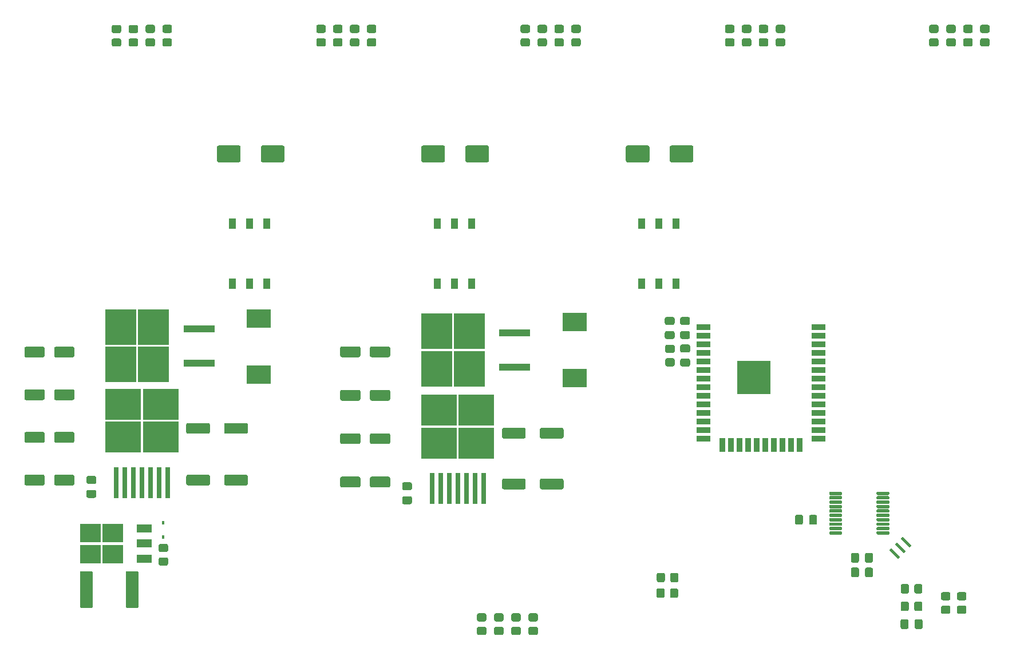
<source format=gbr>
%TF.GenerationSoftware,KiCad,Pcbnew,(5.1.9)-1*%
%TF.CreationDate,2021-09-09T23:56:45+02:00*%
%TF.ProjectId,Arm_Mainboard,41726d5f-4d61-4696-9e62-6f6172642e6b,rev?*%
%TF.SameCoordinates,Original*%
%TF.FileFunction,Paste,Top*%
%TF.FilePolarity,Positive*%
%FSLAX46Y46*%
G04 Gerber Fmt 4.6, Leading zero omitted, Abs format (unit mm)*
G04 Created by KiCad (PCBNEW (5.1.9)-1) date 2021-09-09 23:56:45*
%MOMM*%
%LPD*%
G01*
G04 APERTURE LIST*
%ADD10R,0.450000X0.600000*%
%ADD11R,4.600000X1.100000*%
%ADD12R,4.550000X5.250000*%
%ADD13R,3.600000X2.700000*%
%ADD14R,2.200000X1.200000*%
%ADD15R,3.050000X2.750000*%
%ADD16R,1.100000X1.500000*%
%ADD17R,5.000000X5.000000*%
%ADD18R,2.000000X0.900000*%
%ADD19R,0.900000X2.000000*%
%ADD20R,5.250000X4.550000*%
%ADD21R,0.800000X4.600000*%
%ADD22C,0.100000*%
G04 APERTURE END LIST*
%TO.C,C1*%
G36*
G01*
X177145000Y-105835000D02*
X176195000Y-105835000D01*
G75*
G02*
X175945000Y-105585000I0J250000D01*
G01*
X175945000Y-104910000D01*
G75*
G02*
X176195000Y-104660000I250000J0D01*
G01*
X177145000Y-104660000D01*
G75*
G02*
X177395000Y-104910000I0J-250000D01*
G01*
X177395000Y-105585000D01*
G75*
G02*
X177145000Y-105835000I-250000J0D01*
G01*
G37*
G36*
G01*
X177145000Y-103760000D02*
X176195000Y-103760000D01*
G75*
G02*
X175945000Y-103510000I0J250000D01*
G01*
X175945000Y-102835000D01*
G75*
G02*
X176195000Y-102585000I250000J0D01*
G01*
X177145000Y-102585000D01*
G75*
G02*
X177395000Y-102835000I0J-250000D01*
G01*
X177395000Y-103510000D01*
G75*
G02*
X177145000Y-103760000I-250000J0D01*
G01*
G37*
%TD*%
%TO.C,C2*%
G36*
G01*
X174855000Y-101755000D02*
X173905000Y-101755000D01*
G75*
G02*
X173655000Y-101505000I0J250000D01*
G01*
X173655000Y-100830000D01*
G75*
G02*
X173905000Y-100580000I250000J0D01*
G01*
X174855000Y-100580000D01*
G75*
G02*
X175105000Y-100830000I0J-250000D01*
G01*
X175105000Y-101505000D01*
G75*
G02*
X174855000Y-101755000I-250000J0D01*
G01*
G37*
G36*
G01*
X174855000Y-99680000D02*
X173905000Y-99680000D01*
G75*
G02*
X173655000Y-99430000I0J250000D01*
G01*
X173655000Y-98755000D01*
G75*
G02*
X173905000Y-98505000I250000J0D01*
G01*
X174855000Y-98505000D01*
G75*
G02*
X175105000Y-98755000I0J-250000D01*
G01*
X175105000Y-99430000D01*
G75*
G02*
X174855000Y-99680000I-250000J0D01*
G01*
G37*
%TD*%
%TO.C,C3*%
G36*
G01*
X177135000Y-99680000D02*
X176185000Y-99680000D01*
G75*
G02*
X175935000Y-99430000I0J250000D01*
G01*
X175935000Y-98755000D01*
G75*
G02*
X176185000Y-98505000I250000J0D01*
G01*
X177135000Y-98505000D01*
G75*
G02*
X177385000Y-98755000I0J-250000D01*
G01*
X177385000Y-99430000D01*
G75*
G02*
X177135000Y-99680000I-250000J0D01*
G01*
G37*
G36*
G01*
X177135000Y-101755000D02*
X176185000Y-101755000D01*
G75*
G02*
X175935000Y-101505000I0J250000D01*
G01*
X175935000Y-100830000D01*
G75*
G02*
X176185000Y-100580000I250000J0D01*
G01*
X177135000Y-100580000D01*
G75*
G02*
X177385000Y-100830000I0J-250000D01*
G01*
X177385000Y-101505000D01*
G75*
G02*
X177135000Y-101755000I-250000J0D01*
G01*
G37*
%TD*%
%TO.C,C4*%
G36*
G01*
X210610000Y-144445000D02*
X210610000Y-143495000D01*
G75*
G02*
X210860000Y-143245000I250000J0D01*
G01*
X211535000Y-143245000D01*
G75*
G02*
X211785000Y-143495000I0J-250000D01*
G01*
X211785000Y-144445000D01*
G75*
G02*
X211535000Y-144695000I-250000J0D01*
G01*
X210860000Y-144695000D01*
G75*
G02*
X210610000Y-144445000I0J250000D01*
G01*
G37*
G36*
G01*
X208535000Y-144445000D02*
X208535000Y-143495000D01*
G75*
G02*
X208785000Y-143245000I250000J0D01*
G01*
X209460000Y-143245000D01*
G75*
G02*
X209710000Y-143495000I0J-250000D01*
G01*
X209710000Y-144445000D01*
G75*
G02*
X209460000Y-144695000I-250000J0D01*
G01*
X208785000Y-144695000D01*
G75*
G02*
X208535000Y-144445000I0J250000D01*
G01*
G37*
%TD*%
%TO.C,C5*%
G36*
G01*
X192925000Y-128995000D02*
X192925000Y-128045000D01*
G75*
G02*
X193175000Y-127795000I250000J0D01*
G01*
X193850000Y-127795000D01*
G75*
G02*
X194100000Y-128045000I0J-250000D01*
G01*
X194100000Y-128995000D01*
G75*
G02*
X193850000Y-129245000I-250000J0D01*
G01*
X193175000Y-129245000D01*
G75*
G02*
X192925000Y-128995000I0J250000D01*
G01*
G37*
G36*
G01*
X195000000Y-128995000D02*
X195000000Y-128045000D01*
G75*
G02*
X195250000Y-127795000I250000J0D01*
G01*
X195925000Y-127795000D01*
G75*
G02*
X196175000Y-128045000I0J-250000D01*
G01*
X196175000Y-128995000D01*
G75*
G02*
X195925000Y-129245000I-250000J0D01*
G01*
X195250000Y-129245000D01*
G75*
G02*
X195000000Y-128995000I0J250000D01*
G01*
G37*
%TD*%
%TO.C,C6*%
G36*
G01*
X202375000Y-135845000D02*
X202375000Y-136795000D01*
G75*
G02*
X202125000Y-137045000I-250000J0D01*
G01*
X201450000Y-137045000D01*
G75*
G02*
X201200000Y-136795000I0J250000D01*
G01*
X201200000Y-135845000D01*
G75*
G02*
X201450000Y-135595000I250000J0D01*
G01*
X202125000Y-135595000D01*
G75*
G02*
X202375000Y-135845000I0J-250000D01*
G01*
G37*
G36*
G01*
X204450000Y-135845000D02*
X204450000Y-136795000D01*
G75*
G02*
X204200000Y-137045000I-250000J0D01*
G01*
X203525000Y-137045000D01*
G75*
G02*
X203275000Y-136795000I0J250000D01*
G01*
X203275000Y-135845000D01*
G75*
G02*
X203525000Y-135595000I250000J0D01*
G01*
X204200000Y-135595000D01*
G75*
G02*
X204450000Y-135845000I0J-250000D01*
G01*
G37*
%TD*%
%TO.C,C7*%
G36*
G01*
X202375000Y-133675000D02*
X202375000Y-134625000D01*
G75*
G02*
X202125000Y-134875000I-250000J0D01*
G01*
X201450000Y-134875000D01*
G75*
G02*
X201200000Y-134625000I0J250000D01*
G01*
X201200000Y-133675000D01*
G75*
G02*
X201450000Y-133425000I250000J0D01*
G01*
X202125000Y-133425000D01*
G75*
G02*
X202375000Y-133675000I0J-250000D01*
G01*
G37*
G36*
G01*
X204450000Y-133675000D02*
X204450000Y-134625000D01*
G75*
G02*
X204200000Y-134875000I-250000J0D01*
G01*
X203525000Y-134875000D01*
G75*
G02*
X203275000Y-134625000I0J250000D01*
G01*
X203275000Y-133675000D01*
G75*
G02*
X203525000Y-133425000I250000J0D01*
G01*
X204200000Y-133425000D01*
G75*
G02*
X204450000Y-133675000I0J-250000D01*
G01*
G37*
%TD*%
%TO.C,C8*%
G36*
G01*
X128630000Y-103110000D02*
X128630000Y-104210000D01*
G75*
G02*
X128380000Y-104460000I-250000J0D01*
G01*
X125880000Y-104460000D01*
G75*
G02*
X125630000Y-104210000I0J250000D01*
G01*
X125630000Y-103110000D01*
G75*
G02*
X125880000Y-102860000I250000J0D01*
G01*
X128380000Y-102860000D01*
G75*
G02*
X128630000Y-103110000I0J-250000D01*
G01*
G37*
G36*
G01*
X133030000Y-103110000D02*
X133030000Y-104210000D01*
G75*
G02*
X132780000Y-104460000I-250000J0D01*
G01*
X130280000Y-104460000D01*
G75*
G02*
X130030000Y-104210000I0J250000D01*
G01*
X130030000Y-103110000D01*
G75*
G02*
X130280000Y-102860000I250000J0D01*
G01*
X132780000Y-102860000D01*
G75*
G02*
X133030000Y-103110000I0J-250000D01*
G01*
G37*
%TD*%
%TO.C,C9*%
G36*
G01*
X86330000Y-122090000D02*
X86330000Y-123190000D01*
G75*
G02*
X86080000Y-123440000I-250000J0D01*
G01*
X83580000Y-123440000D01*
G75*
G02*
X83330000Y-123190000I0J250000D01*
G01*
X83330000Y-122090000D01*
G75*
G02*
X83580000Y-121840000I250000J0D01*
G01*
X86080000Y-121840000D01*
G75*
G02*
X86330000Y-122090000I0J-250000D01*
G01*
G37*
G36*
G01*
X81930000Y-122090000D02*
X81930000Y-123190000D01*
G75*
G02*
X81680000Y-123440000I-250000J0D01*
G01*
X79180000Y-123440000D01*
G75*
G02*
X78930000Y-123190000I0J250000D01*
G01*
X78930000Y-122090000D01*
G75*
G02*
X79180000Y-121840000I250000J0D01*
G01*
X81680000Y-121840000D01*
G75*
G02*
X81930000Y-122090000I0J-250000D01*
G01*
G37*
%TD*%
%TO.C,C10*%
G36*
G01*
X133030000Y-122384999D02*
X133030000Y-123484999D01*
G75*
G02*
X132780000Y-123734999I-250000J0D01*
G01*
X130280000Y-123734999D01*
G75*
G02*
X130030000Y-123484999I0J250000D01*
G01*
X130030000Y-122384999D01*
G75*
G02*
X130280000Y-122134999I250000J0D01*
G01*
X132780000Y-122134999D01*
G75*
G02*
X133030000Y-122384999I0J-250000D01*
G01*
G37*
G36*
G01*
X128630000Y-122384999D02*
X128630000Y-123484999D01*
G75*
G02*
X128380000Y-123734999I-250000J0D01*
G01*
X125880000Y-123734999D01*
G75*
G02*
X125630000Y-123484999I0J250000D01*
G01*
X125630000Y-122384999D01*
G75*
G02*
X125880000Y-122134999I250000J0D01*
G01*
X128380000Y-122134999D01*
G75*
G02*
X128630000Y-122384999I0J-250000D01*
G01*
G37*
%TD*%
%TO.C,C11*%
G36*
G01*
X81930000Y-103140000D02*
X81930000Y-104240000D01*
G75*
G02*
X81680000Y-104490000I-250000J0D01*
G01*
X79180000Y-104490000D01*
G75*
G02*
X78930000Y-104240000I0J250000D01*
G01*
X78930000Y-103140000D01*
G75*
G02*
X79180000Y-102890000I250000J0D01*
G01*
X81680000Y-102890000D01*
G75*
G02*
X81930000Y-103140000I0J-250000D01*
G01*
G37*
G36*
G01*
X86330000Y-103140000D02*
X86330000Y-104240000D01*
G75*
G02*
X86080000Y-104490000I-250000J0D01*
G01*
X83580000Y-104490000D01*
G75*
G02*
X83330000Y-104240000I0J250000D01*
G01*
X83330000Y-103140000D01*
G75*
G02*
X83580000Y-102890000I250000J0D01*
G01*
X86080000Y-102890000D01*
G75*
G02*
X86330000Y-103140000I0J-250000D01*
G01*
G37*
%TD*%
%TO.C,C12*%
G36*
G01*
X128630000Y-115959998D02*
X128630000Y-117059998D01*
G75*
G02*
X128380000Y-117309998I-250000J0D01*
G01*
X125880000Y-117309998D01*
G75*
G02*
X125630000Y-117059998I0J250000D01*
G01*
X125630000Y-115959998D01*
G75*
G02*
X125880000Y-115709998I250000J0D01*
G01*
X128380000Y-115709998D01*
G75*
G02*
X128630000Y-115959998I0J-250000D01*
G01*
G37*
G36*
G01*
X133030000Y-115959998D02*
X133030000Y-117059998D01*
G75*
G02*
X132780000Y-117309998I-250000J0D01*
G01*
X130280000Y-117309998D01*
G75*
G02*
X130030000Y-117059998I0J250000D01*
G01*
X130030000Y-115959998D01*
G75*
G02*
X130280000Y-115709998I250000J0D01*
G01*
X132780000Y-115709998D01*
G75*
G02*
X133030000Y-115959998I0J-250000D01*
G01*
G37*
%TD*%
%TO.C,C13*%
G36*
G01*
X86330000Y-115773332D02*
X86330000Y-116873332D01*
G75*
G02*
X86080000Y-117123332I-250000J0D01*
G01*
X83580000Y-117123332D01*
G75*
G02*
X83330000Y-116873332I0J250000D01*
G01*
X83330000Y-115773332D01*
G75*
G02*
X83580000Y-115523332I250000J0D01*
G01*
X86080000Y-115523332D01*
G75*
G02*
X86330000Y-115773332I0J-250000D01*
G01*
G37*
G36*
G01*
X81930000Y-115773332D02*
X81930000Y-116873332D01*
G75*
G02*
X81680000Y-117123332I-250000J0D01*
G01*
X79180000Y-117123332D01*
G75*
G02*
X78930000Y-116873332I0J250000D01*
G01*
X78930000Y-115773332D01*
G75*
G02*
X79180000Y-115523332I250000J0D01*
G01*
X81680000Y-115523332D01*
G75*
G02*
X81930000Y-115773332I0J-250000D01*
G01*
G37*
%TD*%
%TO.C,C14*%
G36*
G01*
X133030000Y-109534999D02*
X133030000Y-110634999D01*
G75*
G02*
X132780000Y-110884999I-250000J0D01*
G01*
X130280000Y-110884999D01*
G75*
G02*
X130030000Y-110634999I0J250000D01*
G01*
X130030000Y-109534999D01*
G75*
G02*
X130280000Y-109284999I250000J0D01*
G01*
X132780000Y-109284999D01*
G75*
G02*
X133030000Y-109534999I0J-250000D01*
G01*
G37*
G36*
G01*
X128630000Y-109534999D02*
X128630000Y-110634999D01*
G75*
G02*
X128380000Y-110884999I-250000J0D01*
G01*
X125880000Y-110884999D01*
G75*
G02*
X125630000Y-110634999I0J250000D01*
G01*
X125630000Y-109534999D01*
G75*
G02*
X125880000Y-109284999I250000J0D01*
G01*
X128380000Y-109284999D01*
G75*
G02*
X128630000Y-109534999I0J-250000D01*
G01*
G37*
%TD*%
%TO.C,C15*%
G36*
G01*
X81930000Y-109456666D02*
X81930000Y-110556666D01*
G75*
G02*
X81680000Y-110806666I-250000J0D01*
G01*
X79180000Y-110806666D01*
G75*
G02*
X78930000Y-110556666I0J250000D01*
G01*
X78930000Y-109456666D01*
G75*
G02*
X79180000Y-109206666I250000J0D01*
G01*
X81680000Y-109206666D01*
G75*
G02*
X81930000Y-109456666I0J-250000D01*
G01*
G37*
G36*
G01*
X86330000Y-109456666D02*
X86330000Y-110556666D01*
G75*
G02*
X86080000Y-110806666I-250000J0D01*
G01*
X83580000Y-110806666D01*
G75*
G02*
X83330000Y-110556666I0J250000D01*
G01*
X83330000Y-109456666D01*
G75*
G02*
X83580000Y-109206666I250000J0D01*
G01*
X86080000Y-109206666D01*
G75*
G02*
X86330000Y-109456666I0J-250000D01*
G01*
G37*
%TD*%
%TO.C,C16*%
G36*
G01*
X136005000Y-126215000D02*
X135055000Y-126215000D01*
G75*
G02*
X134805000Y-125965000I0J250000D01*
G01*
X134805000Y-125290000D01*
G75*
G02*
X135055000Y-125040000I250000J0D01*
G01*
X136005000Y-125040000D01*
G75*
G02*
X136255000Y-125290000I0J-250000D01*
G01*
X136255000Y-125965000D01*
G75*
G02*
X136005000Y-126215000I-250000J0D01*
G01*
G37*
G36*
G01*
X136005000Y-124140000D02*
X135055000Y-124140000D01*
G75*
G02*
X134805000Y-123890000I0J250000D01*
G01*
X134805000Y-123215000D01*
G75*
G02*
X135055000Y-122965000I250000J0D01*
G01*
X136005000Y-122965000D01*
G75*
G02*
X136255000Y-123215000I0J-250000D01*
G01*
X136255000Y-123890000D01*
G75*
G02*
X136005000Y-124140000I-250000J0D01*
G01*
G37*
%TD*%
%TO.C,C17*%
G36*
G01*
X89305000Y-125285000D02*
X88355000Y-125285000D01*
G75*
G02*
X88105000Y-125035000I0J250000D01*
G01*
X88105000Y-124360000D01*
G75*
G02*
X88355000Y-124110000I250000J0D01*
G01*
X89305000Y-124110000D01*
G75*
G02*
X89555000Y-124360000I0J-250000D01*
G01*
X89555000Y-125035000D01*
G75*
G02*
X89305000Y-125285000I-250000J0D01*
G01*
G37*
G36*
G01*
X89305000Y-123210000D02*
X88355000Y-123210000D01*
G75*
G02*
X88105000Y-122960000I0J250000D01*
G01*
X88105000Y-122285000D01*
G75*
G02*
X88355000Y-122035000I250000J0D01*
G01*
X89305000Y-122035000D01*
G75*
G02*
X89555000Y-122285000I0J-250000D01*
G01*
X89555000Y-122960000D01*
G75*
G02*
X89305000Y-123210000I-250000J0D01*
G01*
G37*
%TD*%
%TO.C,C18*%
G36*
G01*
X149580000Y-123770000D02*
X149580000Y-122670000D01*
G75*
G02*
X149830000Y-122420000I250000J0D01*
G01*
X152830000Y-122420000D01*
G75*
G02*
X153080000Y-122670000I0J-250000D01*
G01*
X153080000Y-123770000D01*
G75*
G02*
X152830000Y-124020000I-250000J0D01*
G01*
X149830000Y-124020000D01*
G75*
G02*
X149580000Y-123770000I0J250000D01*
G01*
G37*
G36*
G01*
X155180000Y-123770000D02*
X155180000Y-122670000D01*
G75*
G02*
X155430000Y-122420000I250000J0D01*
G01*
X158430000Y-122420000D01*
G75*
G02*
X158680000Y-122670000I0J-250000D01*
G01*
X158680000Y-123770000D01*
G75*
G02*
X158430000Y-124020000I-250000J0D01*
G01*
X155430000Y-124020000D01*
G75*
G02*
X155180000Y-123770000I0J250000D01*
G01*
G37*
%TD*%
%TO.C,C19*%
G36*
G01*
X108480000Y-115540000D02*
X108480000Y-114440000D01*
G75*
G02*
X108730000Y-114190000I250000J0D01*
G01*
X111730000Y-114190000D01*
G75*
G02*
X111980000Y-114440000I0J-250000D01*
G01*
X111980000Y-115540000D01*
G75*
G02*
X111730000Y-115790000I-250000J0D01*
G01*
X108730000Y-115790000D01*
G75*
G02*
X108480000Y-115540000I0J250000D01*
G01*
G37*
G36*
G01*
X102880000Y-115540000D02*
X102880000Y-114440000D01*
G75*
G02*
X103130000Y-114190000I250000J0D01*
G01*
X106130000Y-114190000D01*
G75*
G02*
X106380000Y-114440000I0J-250000D01*
G01*
X106380000Y-115540000D01*
G75*
G02*
X106130000Y-115790000I-250000J0D01*
G01*
X103130000Y-115790000D01*
G75*
G02*
X102880000Y-115540000I0J250000D01*
G01*
G37*
%TD*%
%TO.C,C20*%
G36*
G01*
X155180000Y-116250000D02*
X155180000Y-115150000D01*
G75*
G02*
X155430000Y-114900000I250000J0D01*
G01*
X158430000Y-114900000D01*
G75*
G02*
X158680000Y-115150000I0J-250000D01*
G01*
X158680000Y-116250000D01*
G75*
G02*
X158430000Y-116500000I-250000J0D01*
G01*
X155430000Y-116500000D01*
G75*
G02*
X155180000Y-116250000I0J250000D01*
G01*
G37*
G36*
G01*
X149580000Y-116250000D02*
X149580000Y-115150000D01*
G75*
G02*
X149830000Y-114900000I250000J0D01*
G01*
X152830000Y-114900000D01*
G75*
G02*
X153080000Y-115150000I0J-250000D01*
G01*
X153080000Y-116250000D01*
G75*
G02*
X152830000Y-116500000I-250000J0D01*
G01*
X149830000Y-116500000D01*
G75*
G02*
X149580000Y-116250000I0J250000D01*
G01*
G37*
%TD*%
%TO.C,C21*%
G36*
G01*
X102880000Y-123190000D02*
X102880000Y-122090000D01*
G75*
G02*
X103130000Y-121840000I250000J0D01*
G01*
X106130000Y-121840000D01*
G75*
G02*
X106380000Y-122090000I0J-250000D01*
G01*
X106380000Y-123190000D01*
G75*
G02*
X106130000Y-123440000I-250000J0D01*
G01*
X103130000Y-123440000D01*
G75*
G02*
X102880000Y-123190000I0J250000D01*
G01*
G37*
G36*
G01*
X108480000Y-123190000D02*
X108480000Y-122090000D01*
G75*
G02*
X108730000Y-121840000I250000J0D01*
G01*
X111730000Y-121840000D01*
G75*
G02*
X111980000Y-122090000I0J-250000D01*
G01*
X111980000Y-123190000D01*
G75*
G02*
X111730000Y-123440000I-250000J0D01*
G01*
X108730000Y-123440000D01*
G75*
G02*
X108480000Y-123190000I0J250000D01*
G01*
G37*
%TD*%
%TO.C,C22*%
G36*
G01*
X113910276Y-75360000D02*
X113910276Y-73360000D01*
G75*
G02*
X114160276Y-73110000I250000J0D01*
G01*
X117160276Y-73110000D01*
G75*
G02*
X117410276Y-73360000I0J-250000D01*
G01*
X117410276Y-75360000D01*
G75*
G02*
X117160276Y-75610000I-250000J0D01*
G01*
X114160276Y-75610000D01*
G75*
G02*
X113910276Y-75360000I0J250000D01*
G01*
G37*
G36*
G01*
X107410276Y-75360000D02*
X107410276Y-73360000D01*
G75*
G02*
X107660276Y-73110000I250000J0D01*
G01*
X110660276Y-73110000D01*
G75*
G02*
X110910276Y-73360000I0J-250000D01*
G01*
X110910276Y-75360000D01*
G75*
G02*
X110660276Y-75610000I-250000J0D01*
G01*
X107660276Y-75610000D01*
G75*
G02*
X107410276Y-75360000I0J250000D01*
G01*
G37*
%TD*%
%TO.C,C23*%
G36*
G01*
X137648052Y-75360000D02*
X137648052Y-73360000D01*
G75*
G02*
X137898052Y-73110000I250000J0D01*
G01*
X140898052Y-73110000D01*
G75*
G02*
X141148052Y-73360000I0J-250000D01*
G01*
X141148052Y-75360000D01*
G75*
G02*
X140898052Y-75610000I-250000J0D01*
G01*
X137898052Y-75610000D01*
G75*
G02*
X137648052Y-75360000I0J250000D01*
G01*
G37*
G36*
G01*
X144148052Y-75360000D02*
X144148052Y-73360000D01*
G75*
G02*
X144398052Y-73110000I250000J0D01*
G01*
X147398052Y-73110000D01*
G75*
G02*
X147648052Y-73360000I0J-250000D01*
G01*
X147648052Y-75360000D01*
G75*
G02*
X147398052Y-75610000I-250000J0D01*
G01*
X144398052Y-75610000D01*
G75*
G02*
X144148052Y-75360000I0J250000D01*
G01*
G37*
%TD*%
%TO.C,C24*%
G36*
G01*
X167885828Y-75360000D02*
X167885828Y-73360000D01*
G75*
G02*
X168135828Y-73110000I250000J0D01*
G01*
X171135828Y-73110000D01*
G75*
G02*
X171385828Y-73360000I0J-250000D01*
G01*
X171385828Y-75360000D01*
G75*
G02*
X171135828Y-75610000I-250000J0D01*
G01*
X168135828Y-75610000D01*
G75*
G02*
X167885828Y-75360000I0J250000D01*
G01*
G37*
G36*
G01*
X174385828Y-75360000D02*
X174385828Y-73360000D01*
G75*
G02*
X174635828Y-73110000I250000J0D01*
G01*
X177635828Y-73110000D01*
G75*
G02*
X177885828Y-73360000I0J-250000D01*
G01*
X177885828Y-75360000D01*
G75*
G02*
X177635828Y-75610000I-250000J0D01*
G01*
X174635828Y-75610000D01*
G75*
G02*
X174385828Y-75360000I0J250000D01*
G01*
G37*
%TD*%
D10*
%TO.C,D3*%
X99480000Y-129000000D03*
X99480000Y-131100000D03*
%TD*%
D11*
%TO.C,D4*%
X151465000Y-105930000D03*
X151465000Y-100850000D03*
D12*
X139890000Y-100615000D03*
X144740000Y-106165000D03*
X139890000Y-106165000D03*
X144740000Y-100615000D03*
%TD*%
%TO.C,D5*%
X98040000Y-99985000D03*
X93190000Y-105535000D03*
X98040000Y-105535000D03*
X93190000Y-99985000D03*
D11*
X104765000Y-100220000D03*
X104765000Y-105300000D03*
%TD*%
%TO.C,F1*%
G36*
G01*
X87140000Y-141325001D02*
X87140000Y-136374999D01*
G75*
G02*
X87389999Y-136125000I249999J0D01*
G01*
X88815001Y-136125000D01*
G75*
G02*
X89065000Y-136374999I0J-249999D01*
G01*
X89065000Y-141325001D01*
G75*
G02*
X88815001Y-141575000I-249999J0D01*
G01*
X87389999Y-141575000D01*
G75*
G02*
X87140000Y-141325001I0J249999D01*
G01*
G37*
G36*
G01*
X93915000Y-141325001D02*
X93915000Y-136374999D01*
G75*
G02*
X94164999Y-136125000I249999J0D01*
G01*
X95590001Y-136125000D01*
G75*
G02*
X95840000Y-136374999I0J-249999D01*
G01*
X95840000Y-141325001D01*
G75*
G02*
X95590001Y-141575000I-249999J0D01*
G01*
X94164999Y-141575000D01*
G75*
G02*
X93915000Y-141325001I0J249999D01*
G01*
G37*
%TD*%
D13*
%TO.C,L1*%
X160310000Y-107540000D03*
X160310000Y-99240000D03*
%TD*%
%TO.C,L2*%
X113610000Y-98710000D03*
X113610000Y-107010000D03*
%TD*%
D14*
%TO.C,Q1*%
X96640000Y-134330000D03*
X96640000Y-132050000D03*
X96640000Y-129770000D03*
D15*
X88665000Y-130525000D03*
X92015000Y-133575000D03*
X88665000Y-133575000D03*
X92015000Y-130525000D03*
%TD*%
%TO.C,R1*%
G36*
G01*
X173969999Y-104610000D02*
X174870001Y-104610000D01*
G75*
G02*
X175120000Y-104859999I0J-249999D01*
G01*
X175120000Y-105560001D01*
G75*
G02*
X174870001Y-105810000I-249999J0D01*
G01*
X173969999Y-105810000D01*
G75*
G02*
X173720000Y-105560001I0J249999D01*
G01*
X173720000Y-104859999D01*
G75*
G02*
X173969999Y-104610000I249999J0D01*
G01*
G37*
G36*
G01*
X173969999Y-102610000D02*
X174870001Y-102610000D01*
G75*
G02*
X175120000Y-102859999I0J-249999D01*
G01*
X175120000Y-103560001D01*
G75*
G02*
X174870001Y-103810000I-249999J0D01*
G01*
X173969999Y-103810000D01*
G75*
G02*
X173720000Y-103560001I0J249999D01*
G01*
X173720000Y-102859999D01*
G75*
G02*
X173969999Y-102610000I249999J0D01*
G01*
G37*
%TD*%
%TO.C,R2*%
G36*
G01*
X175670000Y-136629999D02*
X175670000Y-137530001D01*
G75*
G02*
X175420001Y-137780000I-249999J0D01*
G01*
X174719999Y-137780000D01*
G75*
G02*
X174470000Y-137530001I0J249999D01*
G01*
X174470000Y-136629999D01*
G75*
G02*
X174719999Y-136380000I249999J0D01*
G01*
X175420001Y-136380000D01*
G75*
G02*
X175670000Y-136629999I0J-249999D01*
G01*
G37*
G36*
G01*
X173670000Y-136629999D02*
X173670000Y-137530001D01*
G75*
G02*
X173420001Y-137780000I-249999J0D01*
G01*
X172719999Y-137780000D01*
G75*
G02*
X172470000Y-137530001I0J249999D01*
G01*
X172470000Y-136629999D01*
G75*
G02*
X172719999Y-136380000I249999J0D01*
G01*
X173420001Y-136380000D01*
G75*
G02*
X173670000Y-136629999I0J-249999D01*
G01*
G37*
%TD*%
%TO.C,R3*%
G36*
G01*
X173630000Y-138929999D02*
X173630000Y-139830001D01*
G75*
G02*
X173380001Y-140080000I-249999J0D01*
G01*
X172679999Y-140080000D01*
G75*
G02*
X172430000Y-139830001I0J249999D01*
G01*
X172430000Y-138929999D01*
G75*
G02*
X172679999Y-138680000I249999J0D01*
G01*
X173380001Y-138680000D01*
G75*
G02*
X173630000Y-138929999I0J-249999D01*
G01*
G37*
G36*
G01*
X175630000Y-138929999D02*
X175630000Y-139830001D01*
G75*
G02*
X175380001Y-140080000I-249999J0D01*
G01*
X174679999Y-140080000D01*
G75*
G02*
X174430000Y-139830001I0J249999D01*
G01*
X174430000Y-138929999D01*
G75*
G02*
X174679999Y-138680000I249999J0D01*
G01*
X175380001Y-138680000D01*
G75*
G02*
X175630000Y-138929999I0J-249999D01*
G01*
G37*
%TD*%
%TO.C,R4*%
G36*
G01*
X154640001Y-145577500D02*
X153739999Y-145577500D01*
G75*
G02*
X153490000Y-145327501I0J249999D01*
G01*
X153490000Y-144627499D01*
G75*
G02*
X153739999Y-144377500I249999J0D01*
G01*
X154640001Y-144377500D01*
G75*
G02*
X154890000Y-144627499I0J-249999D01*
G01*
X154890000Y-145327501D01*
G75*
G02*
X154640001Y-145577500I-249999J0D01*
G01*
G37*
G36*
G01*
X154640001Y-143577500D02*
X153739999Y-143577500D01*
G75*
G02*
X153490000Y-143327501I0J249999D01*
G01*
X153490000Y-142627499D01*
G75*
G02*
X153739999Y-142377500I249999J0D01*
G01*
X154640001Y-142377500D01*
G75*
G02*
X154890000Y-142627499I0J-249999D01*
G01*
X154890000Y-143327501D01*
G75*
G02*
X154640001Y-143577500I-249999J0D01*
G01*
G37*
%TD*%
%TO.C,R5*%
G36*
G01*
X152100001Y-143577500D02*
X151199999Y-143577500D01*
G75*
G02*
X150950000Y-143327501I0J249999D01*
G01*
X150950000Y-142627499D01*
G75*
G02*
X151199999Y-142377500I249999J0D01*
G01*
X152100001Y-142377500D01*
G75*
G02*
X152350000Y-142627499I0J-249999D01*
G01*
X152350000Y-143327501D01*
G75*
G02*
X152100001Y-143577500I-249999J0D01*
G01*
G37*
G36*
G01*
X152100001Y-145577500D02*
X151199999Y-145577500D01*
G75*
G02*
X150950000Y-145327501I0J249999D01*
G01*
X150950000Y-144627499D01*
G75*
G02*
X151199999Y-144377500I249999J0D01*
G01*
X152100001Y-144377500D01*
G75*
G02*
X152350000Y-144627499I0J-249999D01*
G01*
X152350000Y-145327501D01*
G75*
G02*
X152100001Y-145577500I-249999J0D01*
G01*
G37*
%TD*%
%TO.C,R6*%
G36*
G01*
X149560001Y-145577500D02*
X148659999Y-145577500D01*
G75*
G02*
X148410000Y-145327501I0J249999D01*
G01*
X148410000Y-144627499D01*
G75*
G02*
X148659999Y-144377500I249999J0D01*
G01*
X149560001Y-144377500D01*
G75*
G02*
X149810000Y-144627499I0J-249999D01*
G01*
X149810000Y-145327501D01*
G75*
G02*
X149560001Y-145577500I-249999J0D01*
G01*
G37*
G36*
G01*
X149560001Y-143577500D02*
X148659999Y-143577500D01*
G75*
G02*
X148410000Y-143327501I0J249999D01*
G01*
X148410000Y-142627499D01*
G75*
G02*
X148659999Y-142377500I249999J0D01*
G01*
X149560001Y-142377500D01*
G75*
G02*
X149810000Y-142627499I0J-249999D01*
G01*
X149810000Y-143327501D01*
G75*
G02*
X149560001Y-143577500I-249999J0D01*
G01*
G37*
%TD*%
%TO.C,R7*%
G36*
G01*
X147020001Y-145577500D02*
X146119999Y-145577500D01*
G75*
G02*
X145870000Y-145327501I0J249999D01*
G01*
X145870000Y-144627499D01*
G75*
G02*
X146119999Y-144377500I249999J0D01*
G01*
X147020001Y-144377500D01*
G75*
G02*
X147270000Y-144627499I0J-249999D01*
G01*
X147270000Y-145327501D01*
G75*
G02*
X147020001Y-145577500I-249999J0D01*
G01*
G37*
G36*
G01*
X147020001Y-143577500D02*
X146119999Y-143577500D01*
G75*
G02*
X145870000Y-143327501I0J249999D01*
G01*
X145870000Y-142627499D01*
G75*
G02*
X146119999Y-142377500I249999J0D01*
G01*
X147020001Y-142377500D01*
G75*
G02*
X147270000Y-142627499I0J-249999D01*
G01*
X147270000Y-143327501D01*
G75*
G02*
X147020001Y-143577500I-249999J0D01*
G01*
G37*
%TD*%
%TO.C,R8*%
G36*
G01*
X208560000Y-139190001D02*
X208560000Y-138289999D01*
G75*
G02*
X208809999Y-138040000I249999J0D01*
G01*
X209510001Y-138040000D01*
G75*
G02*
X209760000Y-138289999I0J-249999D01*
G01*
X209760000Y-139190001D01*
G75*
G02*
X209510001Y-139440000I-249999J0D01*
G01*
X208809999Y-139440000D01*
G75*
G02*
X208560000Y-139190001I0J249999D01*
G01*
G37*
G36*
G01*
X210560000Y-139190001D02*
X210560000Y-138289999D01*
G75*
G02*
X210809999Y-138040000I249999J0D01*
G01*
X211510001Y-138040000D01*
G75*
G02*
X211760000Y-138289999I0J-249999D01*
G01*
X211760000Y-139190001D01*
G75*
G02*
X211510001Y-139440000I-249999J0D01*
G01*
X210809999Y-139440000D01*
G75*
G02*
X210560000Y-139190001I0J249999D01*
G01*
G37*
%TD*%
%TO.C,R9*%
G36*
G01*
X218020001Y-140440000D02*
X217119999Y-140440000D01*
G75*
G02*
X216870000Y-140190001I0J249999D01*
G01*
X216870000Y-139489999D01*
G75*
G02*
X217119999Y-139240000I249999J0D01*
G01*
X218020001Y-139240000D01*
G75*
G02*
X218270000Y-139489999I0J-249999D01*
G01*
X218270000Y-140190001D01*
G75*
G02*
X218020001Y-140440000I-249999J0D01*
G01*
G37*
G36*
G01*
X218020001Y-142440000D02*
X217119999Y-142440000D01*
G75*
G02*
X216870000Y-142190001I0J249999D01*
G01*
X216870000Y-141489999D01*
G75*
G02*
X217119999Y-141240000I249999J0D01*
G01*
X218020001Y-141240000D01*
G75*
G02*
X218270000Y-141489999I0J-249999D01*
G01*
X218270000Y-142190001D01*
G75*
G02*
X218020001Y-142440000I-249999J0D01*
G01*
G37*
%TD*%
%TO.C,R10*%
G36*
G01*
X215660001Y-140440000D02*
X214759999Y-140440000D01*
G75*
G02*
X214510000Y-140190001I0J249999D01*
G01*
X214510000Y-139489999D01*
G75*
G02*
X214759999Y-139240000I249999J0D01*
G01*
X215660001Y-139240000D01*
G75*
G02*
X215910000Y-139489999I0J-249999D01*
G01*
X215910000Y-140190001D01*
G75*
G02*
X215660001Y-140440000I-249999J0D01*
G01*
G37*
G36*
G01*
X215660001Y-142440000D02*
X214759999Y-142440000D01*
G75*
G02*
X214510000Y-142190001I0J249999D01*
G01*
X214510000Y-141489999D01*
G75*
G02*
X214759999Y-141240000I249999J0D01*
G01*
X215660001Y-141240000D01*
G75*
G02*
X215910000Y-141489999I0J-249999D01*
G01*
X215910000Y-142190001D01*
G75*
G02*
X215660001Y-142440000I-249999J0D01*
G01*
G37*
%TD*%
%TO.C,R11*%
G36*
G01*
X210560000Y-141790001D02*
X210560000Y-140889999D01*
G75*
G02*
X210809999Y-140640000I249999J0D01*
G01*
X211510001Y-140640000D01*
G75*
G02*
X211760000Y-140889999I0J-249999D01*
G01*
X211760000Y-141790001D01*
G75*
G02*
X211510001Y-142040000I-249999J0D01*
G01*
X210809999Y-142040000D01*
G75*
G02*
X210560000Y-141790001I0J249999D01*
G01*
G37*
G36*
G01*
X208560000Y-141790001D02*
X208560000Y-140889999D01*
G75*
G02*
X208809999Y-140640000I249999J0D01*
G01*
X209510001Y-140640000D01*
G75*
G02*
X209760000Y-140889999I0J-249999D01*
G01*
X209760000Y-141790001D01*
G75*
G02*
X209510001Y-142040000I-249999J0D01*
G01*
X208809999Y-142040000D01*
G75*
G02*
X208560000Y-141790001I0J249999D01*
G01*
G37*
%TD*%
%TO.C,R12*%
G36*
G01*
X99930001Y-135300000D02*
X99029999Y-135300000D01*
G75*
G02*
X98780000Y-135050001I0J249999D01*
G01*
X98780000Y-134349999D01*
G75*
G02*
X99029999Y-134100000I249999J0D01*
G01*
X99930001Y-134100000D01*
G75*
G02*
X100180000Y-134349999I0J-249999D01*
G01*
X100180000Y-135050001D01*
G75*
G02*
X99930001Y-135300000I-249999J0D01*
G01*
G37*
G36*
G01*
X99930001Y-133300000D02*
X99029999Y-133300000D01*
G75*
G02*
X98780000Y-133050001I0J249999D01*
G01*
X98780000Y-132349999D01*
G75*
G02*
X99029999Y-132100000I249999J0D01*
G01*
X99930001Y-132100000D01*
G75*
G02*
X100180000Y-132349999I0J-249999D01*
G01*
X100180000Y-133050001D01*
G75*
G02*
X99930001Y-133300000I-249999J0D01*
G01*
G37*
%TD*%
%TO.C,R13*%
G36*
G01*
X94598887Y-55260000D02*
X95498889Y-55260000D01*
G75*
G02*
X95748888Y-55509999I0J-249999D01*
G01*
X95748888Y-56210001D01*
G75*
G02*
X95498889Y-56460000I-249999J0D01*
G01*
X94598887Y-56460000D01*
G75*
G02*
X94348888Y-56210001I0J249999D01*
G01*
X94348888Y-55509999D01*
G75*
G02*
X94598887Y-55260000I249999J0D01*
G01*
G37*
G36*
G01*
X94598887Y-57260000D02*
X95498889Y-57260000D01*
G75*
G02*
X95748888Y-57509999I0J-249999D01*
G01*
X95748888Y-58210001D01*
G75*
G02*
X95498889Y-58460000I-249999J0D01*
G01*
X94598887Y-58460000D01*
G75*
G02*
X94348888Y-58210001I0J249999D01*
G01*
X94348888Y-57509999D01*
G75*
G02*
X94598887Y-57260000I249999J0D01*
G01*
G37*
%TD*%
%TO.C,R14*%
G36*
G01*
X92098887Y-57270000D02*
X92998889Y-57270000D01*
G75*
G02*
X93248888Y-57519999I0J-249999D01*
G01*
X93248888Y-58220001D01*
G75*
G02*
X92998889Y-58470000I-249999J0D01*
G01*
X92098887Y-58470000D01*
G75*
G02*
X91848888Y-58220001I0J249999D01*
G01*
X91848888Y-57519999D01*
G75*
G02*
X92098887Y-57270000I249999J0D01*
G01*
G37*
G36*
G01*
X92098887Y-55270000D02*
X92998889Y-55270000D01*
G75*
G02*
X93248888Y-55519999I0J-249999D01*
G01*
X93248888Y-56220001D01*
G75*
G02*
X92998889Y-56470000I-249999J0D01*
G01*
X92098887Y-56470000D01*
G75*
G02*
X91848888Y-56220001I0J249999D01*
G01*
X91848888Y-55519999D01*
G75*
G02*
X92098887Y-55270000I249999J0D01*
G01*
G37*
%TD*%
%TO.C,R15*%
G36*
G01*
X97098887Y-55250000D02*
X97998889Y-55250000D01*
G75*
G02*
X98248888Y-55499999I0J-249999D01*
G01*
X98248888Y-56200001D01*
G75*
G02*
X97998889Y-56450000I-249999J0D01*
G01*
X97098887Y-56450000D01*
G75*
G02*
X96848888Y-56200001I0J249999D01*
G01*
X96848888Y-55499999D01*
G75*
G02*
X97098887Y-55250000I249999J0D01*
G01*
G37*
G36*
G01*
X97098887Y-57250000D02*
X97998889Y-57250000D01*
G75*
G02*
X98248888Y-57499999I0J-249999D01*
G01*
X98248888Y-58200001D01*
G75*
G02*
X97998889Y-58450000I-249999J0D01*
G01*
X97098887Y-58450000D01*
G75*
G02*
X96848888Y-58200001I0J249999D01*
G01*
X96848888Y-57499999D01*
G75*
G02*
X97098887Y-57250000I249999J0D01*
G01*
G37*
%TD*%
%TO.C,R16*%
G36*
G01*
X99598887Y-57250000D02*
X100498889Y-57250000D01*
G75*
G02*
X100748888Y-57499999I0J-249999D01*
G01*
X100748888Y-58200001D01*
G75*
G02*
X100498889Y-58450000I-249999J0D01*
G01*
X99598887Y-58450000D01*
G75*
G02*
X99348888Y-58200001I0J249999D01*
G01*
X99348888Y-57499999D01*
G75*
G02*
X99598887Y-57250000I249999J0D01*
G01*
G37*
G36*
G01*
X99598887Y-55250000D02*
X100498889Y-55250000D01*
G75*
G02*
X100748888Y-55499999I0J-249999D01*
G01*
X100748888Y-56200001D01*
G75*
G02*
X100498889Y-56450000I-249999J0D01*
G01*
X99598887Y-56450000D01*
G75*
G02*
X99348888Y-56200001I0J249999D01*
G01*
X99348888Y-55499999D01*
G75*
G02*
X99598887Y-55250000I249999J0D01*
G01*
G37*
%TD*%
%TO.C,R17*%
G36*
G01*
X215549999Y-55250000D02*
X216450001Y-55250000D01*
G75*
G02*
X216700000Y-55499999I0J-249999D01*
G01*
X216700000Y-56200001D01*
G75*
G02*
X216450001Y-56450000I-249999J0D01*
G01*
X215549999Y-56450000D01*
G75*
G02*
X215300000Y-56200001I0J249999D01*
G01*
X215300000Y-55499999D01*
G75*
G02*
X215549999Y-55250000I249999J0D01*
G01*
G37*
G36*
G01*
X215549999Y-57250000D02*
X216450001Y-57250000D01*
G75*
G02*
X216700000Y-57499999I0J-249999D01*
G01*
X216700000Y-58200001D01*
G75*
G02*
X216450001Y-58450000I-249999J0D01*
G01*
X215549999Y-58450000D01*
G75*
G02*
X215300000Y-58200001I0J249999D01*
G01*
X215300000Y-57499999D01*
G75*
G02*
X215549999Y-57250000I249999J0D01*
G01*
G37*
%TD*%
%TO.C,R18*%
G36*
G01*
X212999999Y-57250000D02*
X213900001Y-57250000D01*
G75*
G02*
X214150000Y-57499999I0J-249999D01*
G01*
X214150000Y-58200001D01*
G75*
G02*
X213900001Y-58450000I-249999J0D01*
G01*
X212999999Y-58450000D01*
G75*
G02*
X212750000Y-58200001I0J249999D01*
G01*
X212750000Y-57499999D01*
G75*
G02*
X212999999Y-57250000I249999J0D01*
G01*
G37*
G36*
G01*
X212999999Y-55250000D02*
X213900001Y-55250000D01*
G75*
G02*
X214150000Y-55499999I0J-249999D01*
G01*
X214150000Y-56200001D01*
G75*
G02*
X213900001Y-56450000I-249999J0D01*
G01*
X212999999Y-56450000D01*
G75*
G02*
X212750000Y-56200001I0J249999D01*
G01*
X212750000Y-55499999D01*
G75*
G02*
X212999999Y-55250000I249999J0D01*
G01*
G37*
%TD*%
%TO.C,R19*%
G36*
G01*
X218049999Y-55250000D02*
X218950001Y-55250000D01*
G75*
G02*
X219200000Y-55499999I0J-249999D01*
G01*
X219200000Y-56200001D01*
G75*
G02*
X218950001Y-56450000I-249999J0D01*
G01*
X218049999Y-56450000D01*
G75*
G02*
X217800000Y-56200001I0J249999D01*
G01*
X217800000Y-55499999D01*
G75*
G02*
X218049999Y-55250000I249999J0D01*
G01*
G37*
G36*
G01*
X218049999Y-57250000D02*
X218950001Y-57250000D01*
G75*
G02*
X219200000Y-57499999I0J-249999D01*
G01*
X219200000Y-58200001D01*
G75*
G02*
X218950001Y-58450000I-249999J0D01*
G01*
X218049999Y-58450000D01*
G75*
G02*
X217800000Y-58200001I0J249999D01*
G01*
X217800000Y-57499999D01*
G75*
G02*
X218049999Y-57250000I249999J0D01*
G01*
G37*
%TD*%
%TO.C,R20*%
G36*
G01*
X220549999Y-55250000D02*
X221450001Y-55250000D01*
G75*
G02*
X221700000Y-55499999I0J-249999D01*
G01*
X221700000Y-56200001D01*
G75*
G02*
X221450001Y-56450000I-249999J0D01*
G01*
X220549999Y-56450000D01*
G75*
G02*
X220300000Y-56200001I0J249999D01*
G01*
X220300000Y-55499999D01*
G75*
G02*
X220549999Y-55250000I249999J0D01*
G01*
G37*
G36*
G01*
X220549999Y-57250000D02*
X221450001Y-57250000D01*
G75*
G02*
X221700000Y-57499999I0J-249999D01*
G01*
X221700000Y-58200001D01*
G75*
G02*
X221450001Y-58450000I-249999J0D01*
G01*
X220549999Y-58450000D01*
G75*
G02*
X220300000Y-58200001I0J249999D01*
G01*
X220300000Y-57499999D01*
G75*
G02*
X220549999Y-57250000I249999J0D01*
G01*
G37*
%TD*%
%TO.C,R21*%
G36*
G01*
X124836663Y-55250000D02*
X125736665Y-55250000D01*
G75*
G02*
X125986664Y-55499999I0J-249999D01*
G01*
X125986664Y-56200001D01*
G75*
G02*
X125736665Y-56450000I-249999J0D01*
G01*
X124836663Y-56450000D01*
G75*
G02*
X124586664Y-56200001I0J249999D01*
G01*
X124586664Y-55499999D01*
G75*
G02*
X124836663Y-55250000I249999J0D01*
G01*
G37*
G36*
G01*
X124836663Y-57250000D02*
X125736665Y-57250000D01*
G75*
G02*
X125986664Y-57499999I0J-249999D01*
G01*
X125986664Y-58200001D01*
G75*
G02*
X125736665Y-58450000I-249999J0D01*
G01*
X124836663Y-58450000D01*
G75*
G02*
X124586664Y-58200001I0J249999D01*
G01*
X124586664Y-57499999D01*
G75*
G02*
X124836663Y-57250000I249999J0D01*
G01*
G37*
%TD*%
%TO.C,R22*%
G36*
G01*
X122359999Y-57250000D02*
X123260001Y-57250000D01*
G75*
G02*
X123510000Y-57499999I0J-249999D01*
G01*
X123510000Y-58200001D01*
G75*
G02*
X123260001Y-58450000I-249999J0D01*
G01*
X122359999Y-58450000D01*
G75*
G02*
X122110000Y-58200001I0J249999D01*
G01*
X122110000Y-57499999D01*
G75*
G02*
X122359999Y-57250000I249999J0D01*
G01*
G37*
G36*
G01*
X122359999Y-55250000D02*
X123260001Y-55250000D01*
G75*
G02*
X123510000Y-55499999I0J-249999D01*
G01*
X123510000Y-56200001D01*
G75*
G02*
X123260001Y-56450000I-249999J0D01*
G01*
X122359999Y-56450000D01*
G75*
G02*
X122110000Y-56200001I0J249999D01*
G01*
X122110000Y-55499999D01*
G75*
G02*
X122359999Y-55250000I249999J0D01*
G01*
G37*
%TD*%
%TO.C,R23*%
G36*
G01*
X127336663Y-55250000D02*
X128236665Y-55250000D01*
G75*
G02*
X128486664Y-55499999I0J-249999D01*
G01*
X128486664Y-56200001D01*
G75*
G02*
X128236665Y-56450000I-249999J0D01*
G01*
X127336663Y-56450000D01*
G75*
G02*
X127086664Y-56200001I0J249999D01*
G01*
X127086664Y-55499999D01*
G75*
G02*
X127336663Y-55250000I249999J0D01*
G01*
G37*
G36*
G01*
X127336663Y-57250000D02*
X128236665Y-57250000D01*
G75*
G02*
X128486664Y-57499999I0J-249999D01*
G01*
X128486664Y-58200001D01*
G75*
G02*
X128236665Y-58450000I-249999J0D01*
G01*
X127336663Y-58450000D01*
G75*
G02*
X127086664Y-58200001I0J249999D01*
G01*
X127086664Y-57499999D01*
G75*
G02*
X127336663Y-57250000I249999J0D01*
G01*
G37*
%TD*%
%TO.C,R24*%
G36*
G01*
X129836663Y-57250000D02*
X130736665Y-57250000D01*
G75*
G02*
X130986664Y-57499999I0J-249999D01*
G01*
X130986664Y-58200001D01*
G75*
G02*
X130736665Y-58450000I-249999J0D01*
G01*
X129836663Y-58450000D01*
G75*
G02*
X129586664Y-58200001I0J249999D01*
G01*
X129586664Y-57499999D01*
G75*
G02*
X129836663Y-57250000I249999J0D01*
G01*
G37*
G36*
G01*
X129836663Y-55250000D02*
X130736665Y-55250000D01*
G75*
G02*
X130986664Y-55499999I0J-249999D01*
G01*
X130986664Y-56200001D01*
G75*
G02*
X130736665Y-56450000I-249999J0D01*
G01*
X129836663Y-56450000D01*
G75*
G02*
X129586664Y-56200001I0J249999D01*
G01*
X129586664Y-55499999D01*
G75*
G02*
X129836663Y-55250000I249999J0D01*
G01*
G37*
%TD*%
%TO.C,R25*%
G36*
G01*
X155074439Y-57250000D02*
X155974441Y-57250000D01*
G75*
G02*
X156224440Y-57499999I0J-249999D01*
G01*
X156224440Y-58200001D01*
G75*
G02*
X155974441Y-58450000I-249999J0D01*
G01*
X155074439Y-58450000D01*
G75*
G02*
X154824440Y-58200001I0J249999D01*
G01*
X154824440Y-57499999D01*
G75*
G02*
X155074439Y-57250000I249999J0D01*
G01*
G37*
G36*
G01*
X155074439Y-55250000D02*
X155974441Y-55250000D01*
G75*
G02*
X156224440Y-55499999I0J-249999D01*
G01*
X156224440Y-56200001D01*
G75*
G02*
X155974441Y-56450000I-249999J0D01*
G01*
X155074439Y-56450000D01*
G75*
G02*
X154824440Y-56200001I0J249999D01*
G01*
X154824440Y-55499999D01*
G75*
G02*
X155074439Y-55250000I249999J0D01*
G01*
G37*
%TD*%
%TO.C,R26*%
G36*
G01*
X152574439Y-57250000D02*
X153474441Y-57250000D01*
G75*
G02*
X153724440Y-57499999I0J-249999D01*
G01*
X153724440Y-58200001D01*
G75*
G02*
X153474441Y-58450000I-249999J0D01*
G01*
X152574439Y-58450000D01*
G75*
G02*
X152324440Y-58200001I0J249999D01*
G01*
X152324440Y-57499999D01*
G75*
G02*
X152574439Y-57250000I249999J0D01*
G01*
G37*
G36*
G01*
X152574439Y-55250000D02*
X153474441Y-55250000D01*
G75*
G02*
X153724440Y-55499999I0J-249999D01*
G01*
X153724440Y-56200001D01*
G75*
G02*
X153474441Y-56450000I-249999J0D01*
G01*
X152574439Y-56450000D01*
G75*
G02*
X152324440Y-56200001I0J249999D01*
G01*
X152324440Y-55499999D01*
G75*
G02*
X152574439Y-55250000I249999J0D01*
G01*
G37*
%TD*%
%TO.C,R27*%
G36*
G01*
X157574439Y-57250000D02*
X158474441Y-57250000D01*
G75*
G02*
X158724440Y-57499999I0J-249999D01*
G01*
X158724440Y-58200001D01*
G75*
G02*
X158474441Y-58450000I-249999J0D01*
G01*
X157574439Y-58450000D01*
G75*
G02*
X157324440Y-58200001I0J249999D01*
G01*
X157324440Y-57499999D01*
G75*
G02*
X157574439Y-57250000I249999J0D01*
G01*
G37*
G36*
G01*
X157574439Y-55250000D02*
X158474441Y-55250000D01*
G75*
G02*
X158724440Y-55499999I0J-249999D01*
G01*
X158724440Y-56200001D01*
G75*
G02*
X158474441Y-56450000I-249999J0D01*
G01*
X157574439Y-56450000D01*
G75*
G02*
X157324440Y-56200001I0J249999D01*
G01*
X157324440Y-55499999D01*
G75*
G02*
X157574439Y-55250000I249999J0D01*
G01*
G37*
%TD*%
%TO.C,R28*%
G36*
G01*
X160074439Y-55250000D02*
X160974441Y-55250000D01*
G75*
G02*
X161224440Y-55499999I0J-249999D01*
G01*
X161224440Y-56200001D01*
G75*
G02*
X160974441Y-56450000I-249999J0D01*
G01*
X160074439Y-56450000D01*
G75*
G02*
X159824440Y-56200001I0J249999D01*
G01*
X159824440Y-55499999D01*
G75*
G02*
X160074439Y-55250000I249999J0D01*
G01*
G37*
G36*
G01*
X160074439Y-57250000D02*
X160974441Y-57250000D01*
G75*
G02*
X161224440Y-57499999I0J-249999D01*
G01*
X161224440Y-58200001D01*
G75*
G02*
X160974441Y-58450000I-249999J0D01*
G01*
X160074439Y-58450000D01*
G75*
G02*
X159824440Y-58200001I0J249999D01*
G01*
X159824440Y-57499999D01*
G75*
G02*
X160074439Y-57250000I249999J0D01*
G01*
G37*
%TD*%
%TO.C,R29*%
G36*
G01*
X185312215Y-55250000D02*
X186212217Y-55250000D01*
G75*
G02*
X186462216Y-55499999I0J-249999D01*
G01*
X186462216Y-56200001D01*
G75*
G02*
X186212217Y-56450000I-249999J0D01*
G01*
X185312215Y-56450000D01*
G75*
G02*
X185062216Y-56200001I0J249999D01*
G01*
X185062216Y-55499999D01*
G75*
G02*
X185312215Y-55250000I249999J0D01*
G01*
G37*
G36*
G01*
X185312215Y-57250000D02*
X186212217Y-57250000D01*
G75*
G02*
X186462216Y-57499999I0J-249999D01*
G01*
X186462216Y-58200001D01*
G75*
G02*
X186212217Y-58450000I-249999J0D01*
G01*
X185312215Y-58450000D01*
G75*
G02*
X185062216Y-58200001I0J249999D01*
G01*
X185062216Y-57499999D01*
G75*
G02*
X185312215Y-57250000I249999J0D01*
G01*
G37*
%TD*%
%TO.C,R30*%
G36*
G01*
X182812215Y-57250000D02*
X183712217Y-57250000D01*
G75*
G02*
X183962216Y-57499999I0J-249999D01*
G01*
X183962216Y-58200001D01*
G75*
G02*
X183712217Y-58450000I-249999J0D01*
G01*
X182812215Y-58450000D01*
G75*
G02*
X182562216Y-58200001I0J249999D01*
G01*
X182562216Y-57499999D01*
G75*
G02*
X182812215Y-57250000I249999J0D01*
G01*
G37*
G36*
G01*
X182812215Y-55250000D02*
X183712217Y-55250000D01*
G75*
G02*
X183962216Y-55499999I0J-249999D01*
G01*
X183962216Y-56200001D01*
G75*
G02*
X183712217Y-56450000I-249999J0D01*
G01*
X182812215Y-56450000D01*
G75*
G02*
X182562216Y-56200001I0J249999D01*
G01*
X182562216Y-55499999D01*
G75*
G02*
X182812215Y-55250000I249999J0D01*
G01*
G37*
%TD*%
%TO.C,R31*%
G36*
G01*
X187812215Y-55250000D02*
X188712217Y-55250000D01*
G75*
G02*
X188962216Y-55499999I0J-249999D01*
G01*
X188962216Y-56200001D01*
G75*
G02*
X188712217Y-56450000I-249999J0D01*
G01*
X187812215Y-56450000D01*
G75*
G02*
X187562216Y-56200001I0J249999D01*
G01*
X187562216Y-55499999D01*
G75*
G02*
X187812215Y-55250000I249999J0D01*
G01*
G37*
G36*
G01*
X187812215Y-57250000D02*
X188712217Y-57250000D01*
G75*
G02*
X188962216Y-57499999I0J-249999D01*
G01*
X188962216Y-58200001D01*
G75*
G02*
X188712217Y-58450000I-249999J0D01*
G01*
X187812215Y-58450000D01*
G75*
G02*
X187562216Y-58200001I0J249999D01*
G01*
X187562216Y-57499999D01*
G75*
G02*
X187812215Y-57250000I249999J0D01*
G01*
G37*
%TD*%
%TO.C,R32*%
G36*
G01*
X190312215Y-57250000D02*
X191212217Y-57250000D01*
G75*
G02*
X191462216Y-57499999I0J-249999D01*
G01*
X191462216Y-58200001D01*
G75*
G02*
X191212217Y-58450000I-249999J0D01*
G01*
X190312215Y-58450000D01*
G75*
G02*
X190062216Y-58200001I0J249999D01*
G01*
X190062216Y-57499999D01*
G75*
G02*
X190312215Y-57250000I249999J0D01*
G01*
G37*
G36*
G01*
X190312215Y-55250000D02*
X191212217Y-55250000D01*
G75*
G02*
X191462216Y-55499999I0J-249999D01*
G01*
X191462216Y-56200001D01*
G75*
G02*
X191212217Y-56450000I-249999J0D01*
G01*
X190312215Y-56450000D01*
G75*
G02*
X190062216Y-56200001I0J249999D01*
G01*
X190062216Y-55499999D01*
G75*
G02*
X190312215Y-55250000I249999J0D01*
G01*
G37*
%TD*%
D16*
%TO.C,S1*%
X109727776Y-93610000D03*
X109727776Y-84710000D03*
X112267776Y-93610000D03*
X112267776Y-84710000D03*
X114807776Y-93610000D03*
X114807776Y-84710000D03*
%TD*%
%TO.C,S2*%
X145045552Y-84710000D03*
X145045552Y-93610000D03*
X142505552Y-84710000D03*
X142505552Y-93610000D03*
X139965552Y-84710000D03*
X139965552Y-93610000D03*
%TD*%
%TO.C,S3*%
X170203328Y-93610000D03*
X170203328Y-84710000D03*
X172743328Y-93610000D03*
X172743328Y-84710000D03*
X175283328Y-93610000D03*
X175283328Y-84710000D03*
%TD*%
D17*
%TO.C,U1*%
X186870000Y-107477500D03*
D18*
X179370000Y-99977500D03*
X179370000Y-101247500D03*
X179370000Y-102517500D03*
X179370000Y-103787500D03*
X179370000Y-105057500D03*
X179370000Y-106327500D03*
X179370000Y-107597500D03*
X179370000Y-108867500D03*
X179370000Y-110137500D03*
X179370000Y-111407500D03*
X179370000Y-112677500D03*
X179370000Y-113947500D03*
X179370000Y-115217500D03*
X179370000Y-116487500D03*
D19*
X182155000Y-117487500D03*
X183425000Y-117487500D03*
X184695000Y-117487500D03*
X185965000Y-117487500D03*
X187235000Y-117487500D03*
X188505000Y-117487500D03*
X189775000Y-117487500D03*
X191045000Y-117487500D03*
X192315000Y-117487500D03*
X193585000Y-117487500D03*
D18*
X196370000Y-116487500D03*
X196370000Y-115217500D03*
X196370000Y-113947500D03*
X196370000Y-112677500D03*
X196370000Y-111407500D03*
X196370000Y-110137500D03*
X196370000Y-108867500D03*
X196370000Y-107597500D03*
X196370000Y-106327500D03*
X196370000Y-105057500D03*
X196370000Y-103787500D03*
X196370000Y-102517500D03*
X196370000Y-101247500D03*
X196370000Y-99977500D03*
%TD*%
%TO.C,U2*%
G36*
G01*
X206875000Y-130345000D02*
X206875000Y-130595000D01*
G75*
G02*
X206750000Y-130720000I-125000J0D01*
G01*
X205100000Y-130720000D01*
G75*
G02*
X204975000Y-130595000I0J125000D01*
G01*
X204975000Y-130345000D01*
G75*
G02*
X205100000Y-130220000I125000J0D01*
G01*
X206750000Y-130220000D01*
G75*
G02*
X206875000Y-130345000I0J-125000D01*
G01*
G37*
G36*
G01*
X206875000Y-129695000D02*
X206875000Y-129945000D01*
G75*
G02*
X206750000Y-130070000I-125000J0D01*
G01*
X205100000Y-130070000D01*
G75*
G02*
X204975000Y-129945000I0J125000D01*
G01*
X204975000Y-129695000D01*
G75*
G02*
X205100000Y-129570000I125000J0D01*
G01*
X206750000Y-129570000D01*
G75*
G02*
X206875000Y-129695000I0J-125000D01*
G01*
G37*
G36*
G01*
X206875000Y-129045000D02*
X206875000Y-129295000D01*
G75*
G02*
X206750000Y-129420000I-125000J0D01*
G01*
X205100000Y-129420000D01*
G75*
G02*
X204975000Y-129295000I0J125000D01*
G01*
X204975000Y-129045000D01*
G75*
G02*
X205100000Y-128920000I125000J0D01*
G01*
X206750000Y-128920000D01*
G75*
G02*
X206875000Y-129045000I0J-125000D01*
G01*
G37*
G36*
G01*
X206875000Y-128395000D02*
X206875000Y-128645000D01*
G75*
G02*
X206750000Y-128770000I-125000J0D01*
G01*
X205100000Y-128770000D01*
G75*
G02*
X204975000Y-128645000I0J125000D01*
G01*
X204975000Y-128395000D01*
G75*
G02*
X205100000Y-128270000I125000J0D01*
G01*
X206750000Y-128270000D01*
G75*
G02*
X206875000Y-128395000I0J-125000D01*
G01*
G37*
G36*
G01*
X206875000Y-127745000D02*
X206875000Y-127995000D01*
G75*
G02*
X206750000Y-128120000I-125000J0D01*
G01*
X205100000Y-128120000D01*
G75*
G02*
X204975000Y-127995000I0J125000D01*
G01*
X204975000Y-127745000D01*
G75*
G02*
X205100000Y-127620000I125000J0D01*
G01*
X206750000Y-127620000D01*
G75*
G02*
X206875000Y-127745000I0J-125000D01*
G01*
G37*
G36*
G01*
X206875000Y-127095000D02*
X206875000Y-127345000D01*
G75*
G02*
X206750000Y-127470000I-125000J0D01*
G01*
X205100000Y-127470000D01*
G75*
G02*
X204975000Y-127345000I0J125000D01*
G01*
X204975000Y-127095000D01*
G75*
G02*
X205100000Y-126970000I125000J0D01*
G01*
X206750000Y-126970000D01*
G75*
G02*
X206875000Y-127095000I0J-125000D01*
G01*
G37*
G36*
G01*
X206875000Y-126445000D02*
X206875000Y-126695000D01*
G75*
G02*
X206750000Y-126820000I-125000J0D01*
G01*
X205100000Y-126820000D01*
G75*
G02*
X204975000Y-126695000I0J125000D01*
G01*
X204975000Y-126445000D01*
G75*
G02*
X205100000Y-126320000I125000J0D01*
G01*
X206750000Y-126320000D01*
G75*
G02*
X206875000Y-126445000I0J-125000D01*
G01*
G37*
G36*
G01*
X206875000Y-125795000D02*
X206875000Y-126045000D01*
G75*
G02*
X206750000Y-126170000I-125000J0D01*
G01*
X205100000Y-126170000D01*
G75*
G02*
X204975000Y-126045000I0J125000D01*
G01*
X204975000Y-125795000D01*
G75*
G02*
X205100000Y-125670000I125000J0D01*
G01*
X206750000Y-125670000D01*
G75*
G02*
X206875000Y-125795000I0J-125000D01*
G01*
G37*
G36*
G01*
X206875000Y-125145000D02*
X206875000Y-125395000D01*
G75*
G02*
X206750000Y-125520000I-125000J0D01*
G01*
X205100000Y-125520000D01*
G75*
G02*
X204975000Y-125395000I0J125000D01*
G01*
X204975000Y-125145000D01*
G75*
G02*
X205100000Y-125020000I125000J0D01*
G01*
X206750000Y-125020000D01*
G75*
G02*
X206875000Y-125145000I0J-125000D01*
G01*
G37*
G36*
G01*
X206875000Y-124495000D02*
X206875000Y-124745000D01*
G75*
G02*
X206750000Y-124870000I-125000J0D01*
G01*
X205100000Y-124870000D01*
G75*
G02*
X204975000Y-124745000I0J125000D01*
G01*
X204975000Y-124495000D01*
G75*
G02*
X205100000Y-124370000I125000J0D01*
G01*
X206750000Y-124370000D01*
G75*
G02*
X206875000Y-124495000I0J-125000D01*
G01*
G37*
G36*
G01*
X199875000Y-124495000D02*
X199875000Y-124745000D01*
G75*
G02*
X199750000Y-124870000I-125000J0D01*
G01*
X198100000Y-124870000D01*
G75*
G02*
X197975000Y-124745000I0J125000D01*
G01*
X197975000Y-124495000D01*
G75*
G02*
X198100000Y-124370000I125000J0D01*
G01*
X199750000Y-124370000D01*
G75*
G02*
X199875000Y-124495000I0J-125000D01*
G01*
G37*
G36*
G01*
X199875000Y-125145000D02*
X199875000Y-125395000D01*
G75*
G02*
X199750000Y-125520000I-125000J0D01*
G01*
X198100000Y-125520000D01*
G75*
G02*
X197975000Y-125395000I0J125000D01*
G01*
X197975000Y-125145000D01*
G75*
G02*
X198100000Y-125020000I125000J0D01*
G01*
X199750000Y-125020000D01*
G75*
G02*
X199875000Y-125145000I0J-125000D01*
G01*
G37*
G36*
G01*
X199875000Y-125795000D02*
X199875000Y-126045000D01*
G75*
G02*
X199750000Y-126170000I-125000J0D01*
G01*
X198100000Y-126170000D01*
G75*
G02*
X197975000Y-126045000I0J125000D01*
G01*
X197975000Y-125795000D01*
G75*
G02*
X198100000Y-125670000I125000J0D01*
G01*
X199750000Y-125670000D01*
G75*
G02*
X199875000Y-125795000I0J-125000D01*
G01*
G37*
G36*
G01*
X199875000Y-126445000D02*
X199875000Y-126695000D01*
G75*
G02*
X199750000Y-126820000I-125000J0D01*
G01*
X198100000Y-126820000D01*
G75*
G02*
X197975000Y-126695000I0J125000D01*
G01*
X197975000Y-126445000D01*
G75*
G02*
X198100000Y-126320000I125000J0D01*
G01*
X199750000Y-126320000D01*
G75*
G02*
X199875000Y-126445000I0J-125000D01*
G01*
G37*
G36*
G01*
X199875000Y-127095000D02*
X199875000Y-127345000D01*
G75*
G02*
X199750000Y-127470000I-125000J0D01*
G01*
X198100000Y-127470000D01*
G75*
G02*
X197975000Y-127345000I0J125000D01*
G01*
X197975000Y-127095000D01*
G75*
G02*
X198100000Y-126970000I125000J0D01*
G01*
X199750000Y-126970000D01*
G75*
G02*
X199875000Y-127095000I0J-125000D01*
G01*
G37*
G36*
G01*
X199875000Y-127745000D02*
X199875000Y-127995000D01*
G75*
G02*
X199750000Y-128120000I-125000J0D01*
G01*
X198100000Y-128120000D01*
G75*
G02*
X197975000Y-127995000I0J125000D01*
G01*
X197975000Y-127745000D01*
G75*
G02*
X198100000Y-127620000I125000J0D01*
G01*
X199750000Y-127620000D01*
G75*
G02*
X199875000Y-127745000I0J-125000D01*
G01*
G37*
G36*
G01*
X199875000Y-128395000D02*
X199875000Y-128645000D01*
G75*
G02*
X199750000Y-128770000I-125000J0D01*
G01*
X198100000Y-128770000D01*
G75*
G02*
X197975000Y-128645000I0J125000D01*
G01*
X197975000Y-128395000D01*
G75*
G02*
X198100000Y-128270000I125000J0D01*
G01*
X199750000Y-128270000D01*
G75*
G02*
X199875000Y-128395000I0J-125000D01*
G01*
G37*
G36*
G01*
X199875000Y-129045000D02*
X199875000Y-129295000D01*
G75*
G02*
X199750000Y-129420000I-125000J0D01*
G01*
X198100000Y-129420000D01*
G75*
G02*
X197975000Y-129295000I0J125000D01*
G01*
X197975000Y-129045000D01*
G75*
G02*
X198100000Y-128920000I125000J0D01*
G01*
X199750000Y-128920000D01*
G75*
G02*
X199875000Y-129045000I0J-125000D01*
G01*
G37*
G36*
G01*
X199875000Y-129695000D02*
X199875000Y-129945000D01*
G75*
G02*
X199750000Y-130070000I-125000J0D01*
G01*
X198100000Y-130070000D01*
G75*
G02*
X197975000Y-129945000I0J125000D01*
G01*
X197975000Y-129695000D01*
G75*
G02*
X198100000Y-129570000I125000J0D01*
G01*
X199750000Y-129570000D01*
G75*
G02*
X199875000Y-129695000I0J-125000D01*
G01*
G37*
G36*
G01*
X199875000Y-130345000D02*
X199875000Y-130595000D01*
G75*
G02*
X199750000Y-130720000I-125000J0D01*
G01*
X198100000Y-130720000D01*
G75*
G02*
X197975000Y-130595000I0J125000D01*
G01*
X197975000Y-130345000D01*
G75*
G02*
X198100000Y-130220000I125000J0D01*
G01*
X199750000Y-130220000D01*
G75*
G02*
X199875000Y-130345000I0J-125000D01*
G01*
G37*
%TD*%
D20*
%TO.C,U3*%
X145795000Y-117150000D03*
X140245000Y-112300000D03*
X140245000Y-117150000D03*
X145795000Y-112300000D03*
D21*
X146830000Y-123875000D03*
X145560000Y-123875000D03*
X144290000Y-123875000D03*
X143020000Y-123875000D03*
X141750000Y-123875000D03*
X140480000Y-123875000D03*
X139210000Y-123875000D03*
%TD*%
%TO.C,U4*%
X92510000Y-122995000D03*
X93780000Y-122995000D03*
X95050000Y-122995000D03*
X96320000Y-122995000D03*
X97590000Y-122995000D03*
X98860000Y-122995000D03*
X100130000Y-122995000D03*
D20*
X99095000Y-111420000D03*
X93545000Y-116270000D03*
X93545000Y-111420000D03*
X99095000Y-116270000D03*
%TD*%
D22*
%TO.C,Y1*%
G36*
X208819670Y-131006827D02*
G01*
X210163173Y-132350330D01*
X209880330Y-132633173D01*
X208536827Y-131289670D01*
X208819670Y-131006827D01*
G37*
G36*
X207971142Y-131855355D02*
G01*
X209314645Y-133198858D01*
X209031802Y-133481701D01*
X207688299Y-132138198D01*
X207971142Y-131855355D01*
G37*
G36*
X207122614Y-132703883D02*
G01*
X208466117Y-134047386D01*
X208183274Y-134330229D01*
X206839771Y-132986726D01*
X207122614Y-132703883D01*
G37*
%TD*%
M02*

</source>
